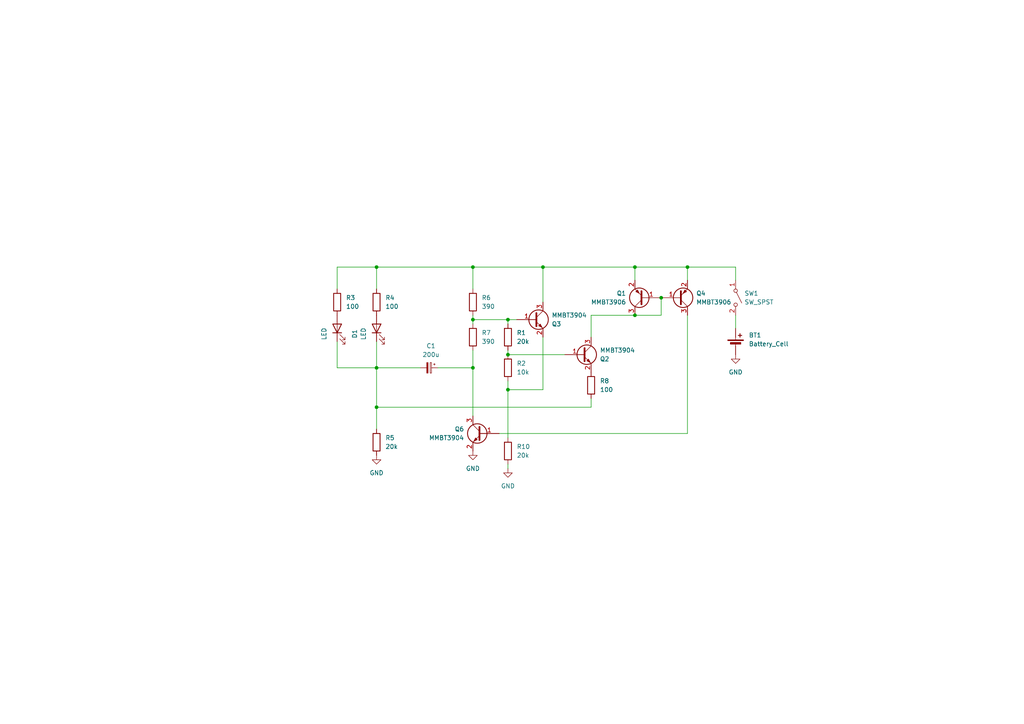
<source format=kicad_sch>
(kicad_sch (version 20230121) (generator eeschema)

  (uuid 495290dd-0f33-48e7-ba1b-b7e7fe6994d9)

  (paper "A4")

  (lib_symbols
    (symbol "Device:Battery_Cell" (pin_numbers hide) (pin_names (offset 0) hide) (in_bom yes) (on_board yes)
      (property "Reference" "BT" (at 2.54 2.54 0)
        (effects (font (size 1.27 1.27)) (justify left))
      )
      (property "Value" "Battery_Cell" (at 2.54 0 0)
        (effects (font (size 1.27 1.27)) (justify left))
      )
      (property "Footprint" "" (at 0 1.524 90)
        (effects (font (size 1.27 1.27)) hide)
      )
      (property "Datasheet" "~" (at 0 1.524 90)
        (effects (font (size 1.27 1.27)) hide)
      )
      (property "ki_keywords" "battery cell" (at 0 0 0)
        (effects (font (size 1.27 1.27)) hide)
      )
      (property "ki_description" "Single-cell battery" (at 0 0 0)
        (effects (font (size 1.27 1.27)) hide)
      )
      (symbol "Battery_Cell_0_1"
        (rectangle (start -2.286 1.778) (end 2.286 1.524)
          (stroke (width 0) (type default))
          (fill (type outline))
        )
        (rectangle (start -1.524 1.016) (end 1.524 0.508)
          (stroke (width 0) (type default))
          (fill (type outline))
        )
        (polyline
          (pts
            (xy 0 0.762)
            (xy 0 0)
          )
          (stroke (width 0) (type default))
          (fill (type none))
        )
        (polyline
          (pts
            (xy 0 1.778)
            (xy 0 2.54)
          )
          (stroke (width 0) (type default))
          (fill (type none))
        )
        (polyline
          (pts
            (xy 0.762 3.048)
            (xy 1.778 3.048)
          )
          (stroke (width 0.254) (type default))
          (fill (type none))
        )
        (polyline
          (pts
            (xy 1.27 3.556)
            (xy 1.27 2.54)
          )
          (stroke (width 0.254) (type default))
          (fill (type none))
        )
      )
      (symbol "Battery_Cell_1_1"
        (pin passive line (at 0 5.08 270) (length 2.54)
          (name "+" (effects (font (size 1.27 1.27))))
          (number "1" (effects (font (size 1.27 1.27))))
        )
        (pin passive line (at 0 -2.54 90) (length 2.54)
          (name "-" (effects (font (size 1.27 1.27))))
          (number "2" (effects (font (size 1.27 1.27))))
        )
      )
    )
    (symbol "Device:C_Polarized_Small" (pin_numbers hide) (pin_names (offset 0.254) hide) (in_bom yes) (on_board yes)
      (property "Reference" "C" (at 0.254 1.778 0)
        (effects (font (size 1.27 1.27)) (justify left))
      )
      (property "Value" "C_Polarized_Small" (at 0.254 -2.032 0)
        (effects (font (size 1.27 1.27)) (justify left))
      )
      (property "Footprint" "" (at 0 0 0)
        (effects (font (size 1.27 1.27)) hide)
      )
      (property "Datasheet" "~" (at 0 0 0)
        (effects (font (size 1.27 1.27)) hide)
      )
      (property "ki_keywords" "cap capacitor" (at 0 0 0)
        (effects (font (size 1.27 1.27)) hide)
      )
      (property "ki_description" "Polarized capacitor, small symbol" (at 0 0 0)
        (effects (font (size 1.27 1.27)) hide)
      )
      (property "ki_fp_filters" "CP_*" (at 0 0 0)
        (effects (font (size 1.27 1.27)) hide)
      )
      (symbol "C_Polarized_Small_0_1"
        (rectangle (start -1.524 -0.3048) (end 1.524 -0.6858)
          (stroke (width 0) (type default))
          (fill (type outline))
        )
        (rectangle (start -1.524 0.6858) (end 1.524 0.3048)
          (stroke (width 0) (type default))
          (fill (type none))
        )
        (polyline
          (pts
            (xy -1.27 1.524)
            (xy -0.762 1.524)
          )
          (stroke (width 0) (type default))
          (fill (type none))
        )
        (polyline
          (pts
            (xy -1.016 1.27)
            (xy -1.016 1.778)
          )
          (stroke (width 0) (type default))
          (fill (type none))
        )
      )
      (symbol "C_Polarized_Small_1_1"
        (pin passive line (at 0 2.54 270) (length 1.8542)
          (name "~" (effects (font (size 1.27 1.27))))
          (number "1" (effects (font (size 1.27 1.27))))
        )
        (pin passive line (at 0 -2.54 90) (length 1.8542)
          (name "~" (effects (font (size 1.27 1.27))))
          (number "2" (effects (font (size 1.27 1.27))))
        )
      )
    )
    (symbol "Device:LED" (pin_numbers hide) (pin_names (offset 1.016) hide) (in_bom yes) (on_board yes)
      (property "Reference" "D" (at 0 2.54 0)
        (effects (font (size 1.27 1.27)))
      )
      (property "Value" "LED" (at 0 -2.54 0)
        (effects (font (size 1.27 1.27)))
      )
      (property "Footprint" "" (at 0 0 0)
        (effects (font (size 1.27 1.27)) hide)
      )
      (property "Datasheet" "~" (at 0 0 0)
        (effects (font (size 1.27 1.27)) hide)
      )
      (property "ki_keywords" "LED diode" (at 0 0 0)
        (effects (font (size 1.27 1.27)) hide)
      )
      (property "ki_description" "Light emitting diode" (at 0 0 0)
        (effects (font (size 1.27 1.27)) hide)
      )
      (property "ki_fp_filters" "LED* LED_SMD:* LED_THT:*" (at 0 0 0)
        (effects (font (size 1.27 1.27)) hide)
      )
      (symbol "LED_0_1"
        (polyline
          (pts
            (xy -1.27 -1.27)
            (xy -1.27 1.27)
          )
          (stroke (width 0.254) (type default))
          (fill (type none))
        )
        (polyline
          (pts
            (xy -1.27 0)
            (xy 1.27 0)
          )
          (stroke (width 0) (type default))
          (fill (type none))
        )
        (polyline
          (pts
            (xy 1.27 -1.27)
            (xy 1.27 1.27)
            (xy -1.27 0)
            (xy 1.27 -1.27)
          )
          (stroke (width 0.254) (type default))
          (fill (type none))
        )
        (polyline
          (pts
            (xy -3.048 -0.762)
            (xy -4.572 -2.286)
            (xy -3.81 -2.286)
            (xy -4.572 -2.286)
            (xy -4.572 -1.524)
          )
          (stroke (width 0) (type default))
          (fill (type none))
        )
        (polyline
          (pts
            (xy -1.778 -0.762)
            (xy -3.302 -2.286)
            (xy -2.54 -2.286)
            (xy -3.302 -2.286)
            (xy -3.302 -1.524)
          )
          (stroke (width 0) (type default))
          (fill (type none))
        )
      )
      (symbol "LED_1_1"
        (pin passive line (at -3.81 0 0) (length 2.54)
          (name "K" (effects (font (size 1.27 1.27))))
          (number "1" (effects (font (size 1.27 1.27))))
        )
        (pin passive line (at 3.81 0 180) (length 2.54)
          (name "A" (effects (font (size 1.27 1.27))))
          (number "2" (effects (font (size 1.27 1.27))))
        )
      )
    )
    (symbol "Device:R" (pin_numbers hide) (pin_names (offset 0)) (in_bom yes) (on_board yes)
      (property "Reference" "R" (at 2.032 0 90)
        (effects (font (size 1.27 1.27)))
      )
      (property "Value" "R" (at 0 0 90)
        (effects (font (size 1.27 1.27)))
      )
      (property "Footprint" "" (at -1.778 0 90)
        (effects (font (size 1.27 1.27)) hide)
      )
      (property "Datasheet" "~" (at 0 0 0)
        (effects (font (size 1.27 1.27)) hide)
      )
      (property "ki_keywords" "R res resistor" (at 0 0 0)
        (effects (font (size 1.27 1.27)) hide)
      )
      (property "ki_description" "Resistor" (at 0 0 0)
        (effects (font (size 1.27 1.27)) hide)
      )
      (property "ki_fp_filters" "R_*" (at 0 0 0)
        (effects (font (size 1.27 1.27)) hide)
      )
      (symbol "R_0_1"
        (rectangle (start -1.016 -2.54) (end 1.016 2.54)
          (stroke (width 0.254) (type default))
          (fill (type none))
        )
      )
      (symbol "R_1_1"
        (pin passive line (at 0 3.81 270) (length 1.27)
          (name "~" (effects (font (size 1.27 1.27))))
          (number "1" (effects (font (size 1.27 1.27))))
        )
        (pin passive line (at 0 -3.81 90) (length 1.27)
          (name "~" (effects (font (size 1.27 1.27))))
          (number "2" (effects (font (size 1.27 1.27))))
        )
      )
    )
    (symbol "Switch:SW_SPST" (pin_names (offset 0) hide) (in_bom yes) (on_board yes)
      (property "Reference" "SW" (at 0 3.175 0)
        (effects (font (size 1.27 1.27)))
      )
      (property "Value" "SW_SPST" (at 0 -2.54 0)
        (effects (font (size 1.27 1.27)))
      )
      (property "Footprint" "" (at 0 0 0)
        (effects (font (size 1.27 1.27)) hide)
      )
      (property "Datasheet" "~" (at 0 0 0)
        (effects (font (size 1.27 1.27)) hide)
      )
      (property "ki_keywords" "switch lever" (at 0 0 0)
        (effects (font (size 1.27 1.27)) hide)
      )
      (property "ki_description" "Single Pole Single Throw (SPST) switch" (at 0 0 0)
        (effects (font (size 1.27 1.27)) hide)
      )
      (symbol "SW_SPST_0_0"
        (circle (center -2.032 0) (radius 0.508)
          (stroke (width 0) (type default))
          (fill (type none))
        )
        (polyline
          (pts
            (xy -1.524 0.254)
            (xy 1.524 1.778)
          )
          (stroke (width 0) (type default))
          (fill (type none))
        )
        (circle (center 2.032 0) (radius 0.508)
          (stroke (width 0) (type default))
          (fill (type none))
        )
      )
      (symbol "SW_SPST_1_1"
        (pin passive line (at -5.08 0 0) (length 2.54)
          (name "A" (effects (font (size 1.27 1.27))))
          (number "1" (effects (font (size 1.27 1.27))))
        )
        (pin passive line (at 5.08 0 180) (length 2.54)
          (name "B" (effects (font (size 1.27 1.27))))
          (number "2" (effects (font (size 1.27 1.27))))
        )
      )
    )
    (symbol "Transistor_BJT:MMBT3904" (pin_names (offset 0) hide) (in_bom yes) (on_board yes)
      (property "Reference" "Q" (at 5.08 1.905 0)
        (effects (font (size 1.27 1.27)) (justify left))
      )
      (property "Value" "MMBT3904" (at 5.08 0 0)
        (effects (font (size 1.27 1.27)) (justify left))
      )
      (property "Footprint" "Package_TO_SOT_SMD:SOT-23" (at 5.08 -1.905 0)
        (effects (font (size 1.27 1.27) italic) (justify left) hide)
      )
      (property "Datasheet" "https://www.onsemi.com/pdf/datasheet/pzt3904-d.pdf" (at 0 0 0)
        (effects (font (size 1.27 1.27)) (justify left) hide)
      )
      (property "ki_keywords" "NPN Transistor" (at 0 0 0)
        (effects (font (size 1.27 1.27)) hide)
      )
      (property "ki_description" "0.2A Ic, 40V Vce, Small Signal NPN Transistor, SOT-23" (at 0 0 0)
        (effects (font (size 1.27 1.27)) hide)
      )
      (property "ki_fp_filters" "SOT?23*" (at 0 0 0)
        (effects (font (size 1.27 1.27)) hide)
      )
      (symbol "MMBT3904_0_1"
        (polyline
          (pts
            (xy 0.635 0.635)
            (xy 2.54 2.54)
          )
          (stroke (width 0) (type default))
          (fill (type none))
        )
        (polyline
          (pts
            (xy 0.635 -0.635)
            (xy 2.54 -2.54)
            (xy 2.54 -2.54)
          )
          (stroke (width 0) (type default))
          (fill (type none))
        )
        (polyline
          (pts
            (xy 0.635 1.905)
            (xy 0.635 -1.905)
            (xy 0.635 -1.905)
          )
          (stroke (width 0.508) (type default))
          (fill (type none))
        )
        (polyline
          (pts
            (xy 1.27 -1.778)
            (xy 1.778 -1.27)
            (xy 2.286 -2.286)
            (xy 1.27 -1.778)
            (xy 1.27 -1.778)
          )
          (stroke (width 0) (type default))
          (fill (type outline))
        )
        (circle (center 1.27 0) (radius 2.8194)
          (stroke (width 0.254) (type default))
          (fill (type none))
        )
      )
      (symbol "MMBT3904_1_1"
        (pin input line (at -5.08 0 0) (length 5.715)
          (name "B" (effects (font (size 1.27 1.27))))
          (number "1" (effects (font (size 1.27 1.27))))
        )
        (pin passive line (at 2.54 -5.08 90) (length 2.54)
          (name "E" (effects (font (size 1.27 1.27))))
          (number "2" (effects (font (size 1.27 1.27))))
        )
        (pin passive line (at 2.54 5.08 270) (length 2.54)
          (name "C" (effects (font (size 1.27 1.27))))
          (number "3" (effects (font (size 1.27 1.27))))
        )
      )
    )
    (symbol "Transistor_BJT:MMBT3906" (pin_names (offset 0) hide) (in_bom yes) (on_board yes)
      (property "Reference" "Q" (at 5.08 1.905 0)
        (effects (font (size 1.27 1.27)) (justify left))
      )
      (property "Value" "MMBT3906" (at 5.08 0 0)
        (effects (font (size 1.27 1.27)) (justify left))
      )
      (property "Footprint" "Package_TO_SOT_SMD:SOT-23" (at 5.08 -1.905 0)
        (effects (font (size 1.27 1.27) italic) (justify left) hide)
      )
      (property "Datasheet" "https://www.onsemi.com/pdf/datasheet/pzt3906-d.pdf" (at 0 0 0)
        (effects (font (size 1.27 1.27)) (justify left) hide)
      )
      (property "ki_keywords" "PNP Transistor" (at 0 0 0)
        (effects (font (size 1.27 1.27)) hide)
      )
      (property "ki_description" "-0.2A Ic, -40V Vce, Small Signal PNP Transistor, SOT-23" (at 0 0 0)
        (effects (font (size 1.27 1.27)) hide)
      )
      (property "ki_fp_filters" "SOT?23*" (at 0 0 0)
        (effects (font (size 1.27 1.27)) hide)
      )
      (symbol "MMBT3906_0_1"
        (polyline
          (pts
            (xy 0.635 0.635)
            (xy 2.54 2.54)
          )
          (stroke (width 0) (type default))
          (fill (type none))
        )
        (polyline
          (pts
            (xy 0.635 -0.635)
            (xy 2.54 -2.54)
            (xy 2.54 -2.54)
          )
          (stroke (width 0) (type default))
          (fill (type none))
        )
        (polyline
          (pts
            (xy 0.635 1.905)
            (xy 0.635 -1.905)
            (xy 0.635 -1.905)
          )
          (stroke (width 0.508) (type default))
          (fill (type none))
        )
        (polyline
          (pts
            (xy 2.286 -1.778)
            (xy 1.778 -2.286)
            (xy 1.27 -1.27)
            (xy 2.286 -1.778)
            (xy 2.286 -1.778)
          )
          (stroke (width 0) (type default))
          (fill (type outline))
        )
        (circle (center 1.27 0) (radius 2.8194)
          (stroke (width 0.254) (type default))
          (fill (type none))
        )
      )
      (symbol "MMBT3906_1_1"
        (pin input line (at -5.08 0 0) (length 5.715)
          (name "B" (effects (font (size 1.27 1.27))))
          (number "1" (effects (font (size 1.27 1.27))))
        )
        (pin passive line (at 2.54 -5.08 90) (length 2.54)
          (name "E" (effects (font (size 1.27 1.27))))
          (number "2" (effects (font (size 1.27 1.27))))
        )
        (pin passive line (at 2.54 5.08 270) (length 2.54)
          (name "C" (effects (font (size 1.27 1.27))))
          (number "3" (effects (font (size 1.27 1.27))))
        )
      )
    )
    (symbol "power:GND" (power) (pin_names (offset 0)) (in_bom yes) (on_board yes)
      (property "Reference" "#PWR" (at 0 -6.35 0)
        (effects (font (size 1.27 1.27)) hide)
      )
      (property "Value" "GND" (at 0 -3.81 0)
        (effects (font (size 1.27 1.27)))
      )
      (property "Footprint" "" (at 0 0 0)
        (effects (font (size 1.27 1.27)) hide)
      )
      (property "Datasheet" "" (at 0 0 0)
        (effects (font (size 1.27 1.27)) hide)
      )
      (property "ki_keywords" "global power" (at 0 0 0)
        (effects (font (size 1.27 1.27)) hide)
      )
      (property "ki_description" "Power symbol creates a global label with name \"GND\" , ground" (at 0 0 0)
        (effects (font (size 1.27 1.27)) hide)
      )
      (symbol "GND_0_1"
        (polyline
          (pts
            (xy 0 0)
            (xy 0 -1.27)
            (xy 1.27 -1.27)
            (xy 0 -2.54)
            (xy -1.27 -1.27)
            (xy 0 -1.27)
          )
          (stroke (width 0) (type default))
          (fill (type none))
        )
      )
      (symbol "GND_1_1"
        (pin power_in line (at 0 0 270) (length 0) hide
          (name "GND" (effects (font (size 1.27 1.27))))
          (number "1" (effects (font (size 1.27 1.27))))
        )
      )
    )
  )

  (junction (at 109.22 118.11) (diameter 0) (color 0 0 0 0)
    (uuid 11c01834-f981-405b-a769-04064c9dc081)
  )
  (junction (at 109.22 77.47) (diameter 0) (color 0 0 0 0)
    (uuid 18d9119c-bd10-4cd9-b64a-fc1b8dfba847)
  )
  (junction (at 109.22 106.68) (diameter 0) (color 0 0 0 0)
    (uuid 1c854eca-21d0-447a-8799-aeab8a8a6cce)
  )
  (junction (at 137.16 77.47) (diameter 0) (color 0 0 0 0)
    (uuid 25981fcf-cd0f-48e6-9f1b-7aa237085727)
  )
  (junction (at 191.77 86.36) (diameter 0) (color 0 0 0 0)
    (uuid 5db43b69-3d8f-4feb-a5a4-4740fbb78a57)
  )
  (junction (at 199.39 77.47) (diameter 0) (color 0 0 0 0)
    (uuid 6985d611-c931-4b2c-bcab-e0f421fa7675)
  )
  (junction (at 184.15 77.47) (diameter 0) (color 0 0 0 0)
    (uuid 74ba9e9a-75ce-4d38-9e51-44b9a725c6be)
  )
  (junction (at 137.16 92.71) (diameter 0) (color 0 0 0 0)
    (uuid 9d4d5329-0773-4f4d-bea7-13281b0c3988)
  )
  (junction (at 157.48 77.47) (diameter 0) (color 0 0 0 0)
    (uuid d080d051-28bb-445b-aa91-7afaef49a3a5)
  )
  (junction (at 184.15 91.44) (diameter 0) (color 0 0 0 0)
    (uuid d7048cba-7835-428a-a168-25032c13ee66)
  )
  (junction (at 147.32 92.71) (diameter 0) (color 0 0 0 0)
    (uuid d7117261-2739-48cf-8d80-6a79f730a024)
  )
  (junction (at 147.32 113.03) (diameter 0) (color 0 0 0 0)
    (uuid f0c01bb6-ceaa-4644-b560-275e0270ede9)
  )
  (junction (at 137.16 106.68) (diameter 0) (color 0 0 0 0)
    (uuid ffcf76c1-3875-45f6-8713-6bb5f8a364c3)
  )
  (junction (at 147.32 102.87) (diameter 0) (color 0 0 0 0)
    (uuid fff31c45-b6ee-4e05-94f2-7fd5425af614)
  )

  (wire (pts (xy 199.39 91.44) (xy 199.39 125.73))
    (stroke (width 0) (type default))
    (uuid 0c10ce08-fbec-42f9-991b-906c6b0fb7b6)
  )
  (wire (pts (xy 184.15 91.44) (xy 191.77 91.44))
    (stroke (width 0) (type default))
    (uuid 0d7b3791-7110-4f20-b1f5-8bde4924ad49)
  )
  (wire (pts (xy 213.36 91.44) (xy 213.36 95.25))
    (stroke (width 0) (type default))
    (uuid 10e968af-8d3a-4d27-860b-de0d45483d78)
  )
  (wire (pts (xy 109.22 106.68) (xy 109.22 118.11))
    (stroke (width 0) (type default))
    (uuid 15cd6915-9db1-45fe-a68e-91ccb6337815)
  )
  (wire (pts (xy 137.16 92.71) (xy 147.32 92.71))
    (stroke (width 0) (type default))
    (uuid 22204517-0c6d-4d45-abdd-2751d2458b73)
  )
  (wire (pts (xy 109.22 77.47) (xy 137.16 77.47))
    (stroke (width 0) (type default))
    (uuid 2489dcbc-5a40-4120-9f93-b202373361cc)
  )
  (wire (pts (xy 97.79 77.47) (xy 109.22 77.47))
    (stroke (width 0) (type default))
    (uuid 2dfb0175-876b-4e05-a037-7e739df1b16d)
  )
  (wire (pts (xy 137.16 77.47) (xy 137.16 83.82))
    (stroke (width 0) (type default))
    (uuid 2ef56ca4-4724-44e2-ba03-005e898330b8)
  )
  (wire (pts (xy 144.78 125.73) (xy 199.39 125.73))
    (stroke (width 0) (type default))
    (uuid 36fc7792-eded-4364-9bc5-79a4a26a1f7d)
  )
  (wire (pts (xy 97.79 99.06) (xy 97.79 106.68))
    (stroke (width 0) (type default))
    (uuid 3e3252ed-d084-455a-9c21-0cb77d2a9a05)
  )
  (wire (pts (xy 157.48 77.47) (xy 157.48 87.63))
    (stroke (width 0) (type default))
    (uuid 4d0ec57f-4839-4be4-a1dd-e2204898c078)
  )
  (wire (pts (xy 147.32 92.71) (xy 149.86 92.71))
    (stroke (width 0) (type default))
    (uuid 52a6aa27-8139-4471-a310-6c763d6dec42)
  )
  (wire (pts (xy 147.32 113.03) (xy 147.32 127))
    (stroke (width 0) (type default))
    (uuid 5f0e6804-fe83-4d11-953d-ae1734ce2bce)
  )
  (wire (pts (xy 147.32 92.71) (xy 147.32 93.98))
    (stroke (width 0) (type default))
    (uuid 6070dc10-9bea-47fd-84e0-fcd06fe31d37)
  )
  (wire (pts (xy 127 106.68) (xy 137.16 106.68))
    (stroke (width 0) (type default))
    (uuid 6a107ec5-cdbc-43d0-8dfd-6c35aa3c9f20)
  )
  (wire (pts (xy 137.16 101.6) (xy 137.16 106.68))
    (stroke (width 0) (type default))
    (uuid 6ce52ae5-f04c-49df-8e5c-a50ba5f967e1)
  )
  (wire (pts (xy 157.48 97.79) (xy 157.48 113.03))
    (stroke (width 0) (type default))
    (uuid 7076666d-5f84-4faf-bca2-e72683212866)
  )
  (wire (pts (xy 213.36 77.47) (xy 213.36 81.28))
    (stroke (width 0) (type default))
    (uuid 7f3906c3-b822-450c-8268-36f158ddb40d)
  )
  (wire (pts (xy 147.32 110.49) (xy 147.32 113.03))
    (stroke (width 0) (type default))
    (uuid 87ea68e1-5ef6-4951-b79b-222a78d6bc2b)
  )
  (wire (pts (xy 184.15 77.47) (xy 184.15 81.28))
    (stroke (width 0) (type default))
    (uuid 8eb8b48f-b6d1-40b8-8b7b-c9e986402480)
  )
  (wire (pts (xy 97.79 77.47) (xy 97.79 83.82))
    (stroke (width 0) (type default))
    (uuid 92d46699-e0ee-4f4f-98c9-ce7d8f3d818c)
  )
  (wire (pts (xy 137.16 77.47) (xy 157.48 77.47))
    (stroke (width 0) (type default))
    (uuid 9b55198a-620b-4e26-8826-92f148aed1a3)
  )
  (wire (pts (xy 137.16 92.71) (xy 137.16 93.98))
    (stroke (width 0) (type default))
    (uuid 9f404ff4-9d24-4ea3-91b6-20374c440eb9)
  )
  (wire (pts (xy 171.45 115.57) (xy 171.45 118.11))
    (stroke (width 0) (type default))
    (uuid a00e7e18-553b-4c4c-b137-848c8c8a8a4f)
  )
  (wire (pts (xy 171.45 91.44) (xy 184.15 91.44))
    (stroke (width 0) (type default))
    (uuid a9db33b3-ef9c-46f4-96d9-3811bd679d66)
  )
  (wire (pts (xy 147.32 135.89) (xy 147.32 134.62))
    (stroke (width 0) (type default))
    (uuid b30e8352-1484-4335-99a0-97e67df0fd7b)
  )
  (wire (pts (xy 157.48 77.47) (xy 184.15 77.47))
    (stroke (width 0) (type default))
    (uuid b4f08b78-5e16-48dc-b601-d7610ccaf2aa)
  )
  (wire (pts (xy 97.79 106.68) (xy 109.22 106.68))
    (stroke (width 0) (type default))
    (uuid b95657a7-a5ff-4e87-9c30-475423a7712b)
  )
  (wire (pts (xy 109.22 77.47) (xy 109.22 83.82))
    (stroke (width 0) (type default))
    (uuid c0c63999-0daa-4b9c-bd48-f4e6d6cf1529)
  )
  (wire (pts (xy 147.32 102.87) (xy 163.83 102.87))
    (stroke (width 0) (type default))
    (uuid c2cd125d-6a3c-4c23-a7c3-9bff4702e3dc)
  )
  (wire (pts (xy 109.22 106.68) (xy 121.92 106.68))
    (stroke (width 0) (type default))
    (uuid c38dcd44-7e95-4270-908b-71b8c567a952)
  )
  (wire (pts (xy 137.16 91.44) (xy 137.16 92.71))
    (stroke (width 0) (type default))
    (uuid c664a925-4490-412e-b41c-7025a969b60d)
  )
  (wire (pts (xy 191.77 91.44) (xy 191.77 86.36))
    (stroke (width 0) (type default))
    (uuid c9f42526-6948-4e85-985a-48f56112c3f6)
  )
  (wire (pts (xy 147.32 101.6) (xy 147.32 102.87))
    (stroke (width 0) (type default))
    (uuid cd9ac008-7f7b-4ee1-a57b-2d7b058dd5df)
  )
  (wire (pts (xy 171.45 118.11) (xy 109.22 118.11))
    (stroke (width 0) (type default))
    (uuid d091c066-c702-4b02-88be-4eee943486ee)
  )
  (wire (pts (xy 137.16 106.68) (xy 137.16 120.65))
    (stroke (width 0) (type default))
    (uuid d62b43a1-9bbc-4250-ad02-220e2ff895bb)
  )
  (wire (pts (xy 109.22 99.06) (xy 109.22 106.68))
    (stroke (width 0) (type default))
    (uuid d6f3e21b-085c-45d0-a2ee-b876eabf2367)
  )
  (wire (pts (xy 184.15 77.47) (xy 199.39 77.47))
    (stroke (width 0) (type default))
    (uuid d90f8b4a-cd47-4d97-8ebd-704835bb21c5)
  )
  (wire (pts (xy 171.45 97.79) (xy 171.45 91.44))
    (stroke (width 0) (type default))
    (uuid e001214a-3dc2-4ab6-b516-5c9b7a2bd4d3)
  )
  (wire (pts (xy 199.39 77.47) (xy 199.39 81.28))
    (stroke (width 0) (type default))
    (uuid e211b285-bf59-47ac-af63-f3215d47ad3c)
  )
  (wire (pts (xy 199.39 77.47) (xy 213.36 77.47))
    (stroke (width 0) (type default))
    (uuid ee3f9162-e8eb-405f-a002-4ffb7446a5e1)
  )
  (wire (pts (xy 109.22 118.11) (xy 109.22 124.46))
    (stroke (width 0) (type default))
    (uuid f266a095-8096-4e9c-80b2-f4be0e7fcc47)
  )
  (wire (pts (xy 147.32 113.03) (xy 157.48 113.03))
    (stroke (width 0) (type default))
    (uuid f6041443-566c-4506-8a82-bb3cd866b9f9)
  )

  (symbol (lib_id "power:GND") (at 147.32 135.89 0) (unit 1)
    (in_bom yes) (on_board yes) (dnp no) (fields_autoplaced)
    (uuid 09756486-34ac-40c3-a6cf-35b4bec02aa9)
    (property "Reference" "#PWR04" (at 147.32 142.24 0)
      (effects (font (size 1.27 1.27)) hide)
    )
    (property "Value" "GND" (at 147.32 140.97 0)
      (effects (font (size 1.27 1.27)))
    )
    (property "Footprint" "" (at 147.32 135.89 0)
      (effects (font (size 1.27 1.27)) hide)
    )
    (property "Datasheet" "" (at 147.32 135.89 0)
      (effects (font (size 1.27 1.27)) hide)
    )
    (pin "1" (uuid 115603cb-82ce-4c02-b296-7e3c6ac18364))
    (instances
      (project "HS badge"
        (path "/495290dd-0f33-48e7-ba1b-b7e7fe6994d9"
          (reference "#PWR04") (unit 1)
        )
      )
    )
  )

  (symbol (lib_id "Transistor_BJT:MMBT3904") (at 154.94 92.71 0) (unit 1)
    (in_bom yes) (on_board yes) (dnp no)
    (uuid 0c6ce360-4296-47d8-99db-b7de9a442333)
    (property "Reference" "Q3" (at 160.02 93.98 0)
      (effects (font (size 1.27 1.27)) (justify left))
    )
    (property "Value" "MMBT3904" (at 160.02 91.44 0)
      (effects (font (size 1.27 1.27)) (justify left))
    )
    (property "Footprint" "Package_TO_SOT_SMD:TSOT-23_HandSoldering" (at 160.02 94.615 0)
      (effects (font (size 1.27 1.27) italic) (justify left) hide)
    )
    (property "Datasheet" "https://www.onsemi.com/pdf/datasheet/pzt3904-d.pdf" (at 154.94 92.71 0)
      (effects (font (size 1.27 1.27)) (justify left) hide)
    )
    (pin "1" (uuid b997c372-83ac-4af6-ad6a-adfae553c755))
    (pin "2" (uuid 5a316fee-bba0-434d-84a0-3b4ea744d5b0))
    (pin "3" (uuid 065f7204-e5d5-4d9b-b2e1-cc7b2e512842))
    (instances
      (project "HS badge"
        (path "/495290dd-0f33-48e7-ba1b-b7e7fe6994d9"
          (reference "Q3") (unit 1)
        )
      )
    )
  )

  (symbol (lib_id "Device:R") (at 137.16 97.79 0) (unit 1)
    (in_bom yes) (on_board yes) (dnp no) (fields_autoplaced)
    (uuid 13ab2b42-fd0e-4633-b9d1-8240bd58e9e8)
    (property "Reference" "R7" (at 139.7 96.52 0)
      (effects (font (size 1.27 1.27)) (justify left))
    )
    (property "Value" "390" (at 139.7 99.06 0)
      (effects (font (size 1.27 1.27)) (justify left))
    )
    (property "Footprint" "Resistor_SMD:R_1206_3216Metric_Pad1.30x1.75mm_HandSolder" (at 135.382 97.79 90)
      (effects (font (size 1.27 1.27)) hide)
    )
    (property "Datasheet" "~" (at 137.16 97.79 0)
      (effects (font (size 1.27 1.27)) hide)
    )
    (pin "1" (uuid 6d70f5a1-3d42-43b4-9ae6-a8bd3a5bc939))
    (pin "2" (uuid a8133718-5227-4024-9269-6ee805e7e1e9))
    (instances
      (project "HS badge"
        (path "/495290dd-0f33-48e7-ba1b-b7e7fe6994d9"
          (reference "R7") (unit 1)
        )
      )
    )
  )

  (symbol (lib_id "Device:C_Polarized_Small") (at 124.46 106.68 270) (unit 1)
    (in_bom yes) (on_board yes) (dnp no) (fields_autoplaced)
    (uuid 17273f73-83ce-480c-b8a6-cc3233630845)
    (property "Reference" "C1" (at 125.0061 100.33 90)
      (effects (font (size 1.27 1.27)))
    )
    (property "Value" "200u" (at 125.0061 102.87 90)
      (effects (font (size 1.27 1.27)))
    )
    (property "Footprint" "Capacitor_SMD:CP_Elec_8x10.5" (at 124.46 106.68 0)
      (effects (font (size 1.27 1.27)) hide)
    )
    (property "Datasheet" "~" (at 124.46 106.68 0)
      (effects (font (size 1.27 1.27)) hide)
    )
    (pin "1" (uuid 0b548e32-b71c-4583-83d5-de8825c0e6c9))
    (pin "2" (uuid 633c8a82-aa6a-437e-8657-94ec53aef978))
    (instances
      (project "HS badge"
        (path "/495290dd-0f33-48e7-ba1b-b7e7fe6994d9"
          (reference "C1") (unit 1)
        )
      )
    )
  )

  (symbol (lib_id "power:GND") (at 137.16 130.81 0) (unit 1)
    (in_bom yes) (on_board yes) (dnp no) (fields_autoplaced)
    (uuid 1be3df25-d1a5-4952-8223-26c0427fb21e)
    (property "Reference" "#PWR03" (at 137.16 137.16 0)
      (effects (font (size 1.27 1.27)) hide)
    )
    (property "Value" "GND" (at 137.16 135.89 0)
      (effects (font (size 1.27 1.27)))
    )
    (property "Footprint" "" (at 137.16 130.81 0)
      (effects (font (size 1.27 1.27)) hide)
    )
    (property "Datasheet" "" (at 137.16 130.81 0)
      (effects (font (size 1.27 1.27)) hide)
    )
    (pin "1" (uuid 474f52ed-8350-472d-be41-2a4dd217f8e5))
    (instances
      (project "HS badge"
        (path "/495290dd-0f33-48e7-ba1b-b7e7fe6994d9"
          (reference "#PWR03") (unit 1)
        )
      )
    )
  )

  (symbol (lib_id "Device:R") (at 147.32 106.68 0) (unit 1)
    (in_bom yes) (on_board yes) (dnp no) (fields_autoplaced)
    (uuid 1f61cffb-c8b1-48e4-8df3-6906560aca3e)
    (property "Reference" "R2" (at 149.86 105.41 0)
      (effects (font (size 1.27 1.27)) (justify left))
    )
    (property "Value" "10k" (at 149.86 107.95 0)
      (effects (font (size 1.27 1.27)) (justify left))
    )
    (property "Footprint" "Resistor_SMD:R_1206_3216Metric_Pad1.30x1.75mm_HandSolder" (at 145.542 106.68 90)
      (effects (font (size 1.27 1.27)) hide)
    )
    (property "Datasheet" "~" (at 147.32 106.68 0)
      (effects (font (size 1.27 1.27)) hide)
    )
    (pin "1" (uuid 61b7d6c8-2362-4fbb-ad44-95b05ce3e340))
    (pin "2" (uuid 59a7cfb9-5361-4878-90d6-18cffc802f84))
    (instances
      (project "HS badge"
        (path "/495290dd-0f33-48e7-ba1b-b7e7fe6994d9"
          (reference "R2") (unit 1)
        )
      )
    )
  )

  (symbol (lib_id "Device:R") (at 147.32 130.81 0) (unit 1)
    (in_bom yes) (on_board yes) (dnp no) (fields_autoplaced)
    (uuid 27ee6301-c518-4737-9785-cda73e3f7afc)
    (property "Reference" "R10" (at 149.86 129.54 0)
      (effects (font (size 1.27 1.27)) (justify left))
    )
    (property "Value" "20k" (at 149.86 132.08 0)
      (effects (font (size 1.27 1.27)) (justify left))
    )
    (property "Footprint" "Resistor_SMD:R_1206_3216Metric_Pad1.30x1.75mm_HandSolder" (at 145.542 130.81 90)
      (effects (font (size 1.27 1.27)) hide)
    )
    (property "Datasheet" "~" (at 147.32 130.81 0)
      (effects (font (size 1.27 1.27)) hide)
    )
    (pin "1" (uuid 95e65519-e325-47f6-be70-c2a57bb8d4d1))
    (pin "2" (uuid 1efcc4c8-9b8a-4b94-86a8-10f5b4217867))
    (instances
      (project "HS badge"
        (path "/495290dd-0f33-48e7-ba1b-b7e7fe6994d9"
          (reference "R10") (unit 1)
        )
      )
    )
  )

  (symbol (lib_id "Device:LED") (at 97.79 95.25 90) (unit 1)
    (in_bom yes) (on_board yes) (dnp no) (fields_autoplaced)
    (uuid 885e6050-5b5a-43f1-89af-77948720468d)
    (property "Reference" "D2" (at 91.44 96.8375 0)
      (effects (font (size 1.27 1.27)) hide)
    )
    (property "Value" "LED" (at 93.98 96.8375 0)
      (effects (font (size 1.27 1.27)))
    )
    (property "Footprint" "LED_THT:LED_D5.0mm" (at 97.79 95.25 0)
      (effects (font (size 1.27 1.27)) hide)
    )
    (property "Datasheet" "~" (at 97.79 95.25 0)
      (effects (font (size 1.27 1.27)) hide)
    )
    (pin "1" (uuid 26f60ab6-6406-4127-8d4f-985e88dc2158))
    (pin "2" (uuid 249a2a71-e925-4f02-b4ee-ad93b9028c54))
    (instances
      (project "HS badge"
        (path "/495290dd-0f33-48e7-ba1b-b7e7fe6994d9"
          (reference "D2") (unit 1)
        )
      )
    )
  )

  (symbol (lib_id "Transistor_BJT:MMBT3904") (at 139.7 125.73 0) (mirror y) (unit 1)
    (in_bom yes) (on_board yes) (dnp no) (fields_autoplaced)
    (uuid 89a4f5b8-b707-4410-a60e-dbb8fa3843a3)
    (property "Reference" "Q6" (at 134.62 124.46 0)
      (effects (font (size 1.27 1.27)) (justify left))
    )
    (property "Value" "MMBT3904" (at 134.62 127 0)
      (effects (font (size 1.27 1.27)) (justify left))
    )
    (property "Footprint" "Package_TO_SOT_SMD:TSOT-23_HandSoldering" (at 134.62 127.635 0)
      (effects (font (size 1.27 1.27) italic) (justify left) hide)
    )
    (property "Datasheet" "https://www.onsemi.com/pdf/datasheet/pzt3904-d.pdf" (at 139.7 125.73 0)
      (effects (font (size 1.27 1.27)) (justify left) hide)
    )
    (pin "1" (uuid 7c816213-fe57-4060-bd2d-97ba9980b529))
    (pin "2" (uuid 5e48db64-a373-4f29-ad61-c413732018e8))
    (pin "3" (uuid 5e7a4a3b-d1e7-492e-a830-53cef2b54504))
    (instances
      (project "HS badge"
        (path "/495290dd-0f33-48e7-ba1b-b7e7fe6994d9"
          (reference "Q6") (unit 1)
        )
      )
    )
  )

  (symbol (lib_id "Device:R") (at 97.79 87.63 0) (unit 1)
    (in_bom yes) (on_board yes) (dnp no) (fields_autoplaced)
    (uuid 8cfd816c-4c0b-45b4-9700-edecd9f5e5b6)
    (property "Reference" "R3" (at 100.33 86.36 0)
      (effects (font (size 1.27 1.27)) (justify left))
    )
    (property "Value" "100" (at 100.33 88.9 0)
      (effects (font (size 1.27 1.27)) (justify left))
    )
    (property "Footprint" "Resistor_SMD:R_1206_3216Metric_Pad1.30x1.75mm_HandSolder" (at 96.012 87.63 90)
      (effects (font (size 1.27 1.27)) hide)
    )
    (property "Datasheet" "~" (at 97.79 87.63 0)
      (effects (font (size 1.27 1.27)) hide)
    )
    (pin "1" (uuid 961ce4cf-b7f6-4e30-b65d-9e0761317e12))
    (pin "2" (uuid fa5c2be7-1f88-43e2-b096-59ac852ff2c6))
    (instances
      (project "HS badge"
        (path "/495290dd-0f33-48e7-ba1b-b7e7fe6994d9"
          (reference "R3") (unit 1)
        )
      )
    )
  )

  (symbol (lib_id "Switch:SW_SPST") (at 213.36 86.36 270) (unit 1)
    (in_bom yes) (on_board yes) (dnp no) (fields_autoplaced)
    (uuid 94f9b59c-9b0f-4080-b434-d168db88e4aa)
    (property "Reference" "SW1" (at 215.9 85.09 90)
      (effects (font (size 1.27 1.27)) (justify left))
    )
    (property "Value" "SW_SPST" (at 215.9 87.63 90)
      (effects (font (size 1.27 1.27)) (justify left))
    )
    (property "Footprint" "Button_Switch_SMD:SW_SPDT_CK-JS102011SAQN" (at 213.36 86.36 0)
      (effects (font (size 1.27 1.27)) hide)
    )
    (property "Datasheet" "~" (at 213.36 86.36 0)
      (effects (font (size 1.27 1.27)) hide)
    )
    (pin "1" (uuid 67d0bf73-11d5-45dd-a297-222e1d5d03c7))
    (pin "2" (uuid 0e9421bf-932b-40fa-bdd3-f5306c89ab54))
    (instances
      (project "HS badge"
        (path "/495290dd-0f33-48e7-ba1b-b7e7fe6994d9"
          (reference "SW1") (unit 1)
        )
      )
    )
  )

  (symbol (lib_id "Device:Battery_Cell") (at 213.36 100.33 0) (unit 1)
    (in_bom yes) (on_board yes) (dnp no) (fields_autoplaced)
    (uuid 998ff55e-4156-410c-afb9-f738f14384c0)
    (property "Reference" "BT1" (at 217.17 97.2185 0)
      (effects (font (size 1.27 1.27)) (justify left))
    )
    (property "Value" "Battery_Cell" (at 217.17 99.7585 0)
      (effects (font (size 1.27 1.27)) (justify left))
    )
    (property "Footprint" "Battery:BatteryHolder_Keystone_3002_1x2032" (at 213.36 98.806 90)
      (effects (font (size 1.27 1.27)) hide)
    )
    (property "Datasheet" "~" (at 213.36 98.806 90)
      (effects (font (size 1.27 1.27)) hide)
    )
    (pin "1" (uuid 0ac3695f-624e-4248-93c0-d5ed9034135c))
    (pin "2" (uuid 0d53dd26-daeb-40db-82cf-ec111bef55b9))
    (instances
      (project "HS badge"
        (path "/495290dd-0f33-48e7-ba1b-b7e7fe6994d9"
          (reference "BT1") (unit 1)
        )
      )
    )
  )

  (symbol (lib_id "Device:R") (at 137.16 87.63 0) (unit 1)
    (in_bom yes) (on_board yes) (dnp no) (fields_autoplaced)
    (uuid 9bc7a8dd-5156-4243-a8a8-fe3ff6950cc3)
    (property "Reference" "R6" (at 139.7 86.36 0)
      (effects (font (size 1.27 1.27)) (justify left))
    )
    (property "Value" "390" (at 139.7 88.9 0)
      (effects (font (size 1.27 1.27)) (justify left))
    )
    (property "Footprint" "Resistor_SMD:R_1206_3216Metric_Pad1.30x1.75mm_HandSolder" (at 135.382 87.63 90)
      (effects (font (size 1.27 1.27)) hide)
    )
    (property "Datasheet" "~" (at 137.16 87.63 0)
      (effects (font (size 1.27 1.27)) hide)
    )
    (pin "1" (uuid 70ae19b4-f257-453b-b8c2-3bb3c2de1eaa))
    (pin "2" (uuid 8e8f5244-5add-4105-989f-511895700b76))
    (instances
      (project "HS badge"
        (path "/495290dd-0f33-48e7-ba1b-b7e7fe6994d9"
          (reference "R6") (unit 1)
        )
      )
    )
  )

  (symbol (lib_id "Device:LED") (at 109.22 95.25 90) (unit 1)
    (in_bom yes) (on_board yes) (dnp no) (fields_autoplaced)
    (uuid 9d5af80c-b3d3-4b1e-9b4b-eb0b2d087cd3)
    (property "Reference" "D1" (at 102.87 96.8375 0)
      (effects (font (size 1.27 1.27)))
    )
    (property "Value" "LED" (at 105.41 96.8375 0)
      (effects (font (size 1.27 1.27)))
    )
    (property "Footprint" "LED_THT:LED_D5.0mm" (at 109.22 95.25 0)
      (effects (font (size 1.27 1.27)) hide)
    )
    (property "Datasheet" "~" (at 109.22 95.25 0)
      (effects (font (size 1.27 1.27)) hide)
    )
    (pin "1" (uuid 780df3e6-18b7-4dd4-8fd1-a09a83ade88f))
    (pin "2" (uuid 4ad6d0c9-4588-4ade-9187-c1cb6b8b8b0b))
    (instances
      (project "HS badge"
        (path "/495290dd-0f33-48e7-ba1b-b7e7fe6994d9"
          (reference "D1") (unit 1)
        )
      )
    )
  )

  (symbol (lib_id "Device:R") (at 109.22 128.27 0) (unit 1)
    (in_bom yes) (on_board yes) (dnp no) (fields_autoplaced)
    (uuid b017429e-3274-44ef-91f2-16c44f8e2880)
    (property "Reference" "R5" (at 111.76 127 0)
      (effects (font (size 1.27 1.27)) (justify left))
    )
    (property "Value" "20k" (at 111.76 129.54 0)
      (effects (font (size 1.27 1.27)) (justify left))
    )
    (property "Footprint" "Resistor_SMD:R_1206_3216Metric_Pad1.30x1.75mm_HandSolder" (at 107.442 128.27 90)
      (effects (font (size 1.27 1.27)) hide)
    )
    (property "Datasheet" "~" (at 109.22 128.27 0)
      (effects (font (size 1.27 1.27)) hide)
    )
    (pin "1" (uuid 1bc6277f-1b68-48a5-9402-cc1ec813ad9c))
    (pin "2" (uuid 5757f8fa-f112-4614-b194-25ce93490852))
    (instances
      (project "HS badge"
        (path "/495290dd-0f33-48e7-ba1b-b7e7fe6994d9"
          (reference "R5") (unit 1)
        )
      )
    )
  )

  (symbol (lib_id "Device:R") (at 147.32 97.79 0) (unit 1)
    (in_bom yes) (on_board yes) (dnp no) (fields_autoplaced)
    (uuid bf0d19c0-2095-4b2b-ac29-69045a688058)
    (property "Reference" "R1" (at 149.86 96.52 0)
      (effects (font (size 1.27 1.27)) (justify left))
    )
    (property "Value" "20k" (at 149.86 99.06 0)
      (effects (font (size 1.27 1.27)) (justify left))
    )
    (property "Footprint" "Resistor_SMD:R_1206_3216Metric_Pad1.30x1.75mm_HandSolder" (at 145.542 97.79 90)
      (effects (font (size 1.27 1.27)) hide)
    )
    (property "Datasheet" "~" (at 147.32 97.79 0)
      (effects (font (size 1.27 1.27)) hide)
    )
    (pin "1" (uuid 8e6af279-43bb-4367-9d40-e89bd8ff9b94))
    (pin "2" (uuid 2c62a51e-9f0d-4645-ade8-5f9a3ee70df0))
    (instances
      (project "HS badge"
        (path "/495290dd-0f33-48e7-ba1b-b7e7fe6994d9"
          (reference "R1") (unit 1)
        )
      )
    )
  )

  (symbol (lib_id "power:GND") (at 213.36 102.87 0) (unit 1)
    (in_bom yes) (on_board yes) (dnp no) (fields_autoplaced)
    (uuid c0940ca2-15e3-418c-86ae-68e6cd4335ae)
    (property "Reference" "#PWR01" (at 213.36 109.22 0)
      (effects (font (size 1.27 1.27)) hide)
    )
    (property "Value" "GND" (at 213.36 107.95 0)
      (effects (font (size 1.27 1.27)))
    )
    (property "Footprint" "" (at 213.36 102.87 0)
      (effects (font (size 1.27 1.27)) hide)
    )
    (property "Datasheet" "" (at 213.36 102.87 0)
      (effects (font (size 1.27 1.27)) hide)
    )
    (pin "1" (uuid 1ad27b95-bed2-40c6-9d4b-a7aea47b4b5b))
    (instances
      (project "HS badge"
        (path "/495290dd-0f33-48e7-ba1b-b7e7fe6994d9"
          (reference "#PWR01") (unit 1)
        )
      )
    )
  )

  (symbol (lib_id "Device:R") (at 171.45 111.76 0) (unit 1)
    (in_bom yes) (on_board yes) (dnp no) (fields_autoplaced)
    (uuid c1d2cbef-ed0d-4f7f-8e33-380c96e0dca4)
    (property "Reference" "R8" (at 173.99 110.49 0)
      (effects (font (size 1.27 1.27)) (justify left))
    )
    (property "Value" "100" (at 173.99 113.03 0)
      (effects (font (size 1.27 1.27)) (justify left))
    )
    (property "Footprint" "Resistor_SMD:R_1206_3216Metric_Pad1.30x1.75mm_HandSolder" (at 169.672 111.76 90)
      (effects (font (size 1.27 1.27)) hide)
    )
    (property "Datasheet" "~" (at 171.45 111.76 0)
      (effects (font (size 1.27 1.27)) hide)
    )
    (pin "1" (uuid 16e85177-68c9-4656-8466-9cfd23618803))
    (pin "2" (uuid f2152bb7-66e4-40e9-b23c-278682a47b97))
    (instances
      (project "HS badge"
        (path "/495290dd-0f33-48e7-ba1b-b7e7fe6994d9"
          (reference "R8") (unit 1)
        )
      )
    )
  )

  (symbol (lib_id "Transistor_BJT:MMBT3906") (at 196.85 86.36 0) (mirror x) (unit 1)
    (in_bom yes) (on_board yes) (dnp no)
    (uuid c60c011b-38f4-4953-b28f-6a00241d16a3)
    (property "Reference" "Q4" (at 201.93 85.09 0)
      (effects (font (size 1.27 1.27)) (justify left))
    )
    (property "Value" "MMBT3906" (at 201.93 87.63 0)
      (effects (font (size 1.27 1.27)) (justify left))
    )
    (property "Footprint" "Package_TO_SOT_SMD:TSOT-23_HandSoldering" (at 201.93 84.455 0)
      (effects (font (size 1.27 1.27) italic) (justify left) hide)
    )
    (property "Datasheet" "https://www.onsemi.com/pdf/datasheet/pzt3906-d.pdf" (at 196.85 86.36 0)
      (effects (font (size 1.27 1.27)) (justify left) hide)
    )
    (pin "1" (uuid c43f25a6-5d9f-4e50-962a-7602e28a9e04))
    (pin "2" (uuid 9a081c9a-f65f-4481-a795-c6063d803d2b))
    (pin "3" (uuid de0867bb-b7bb-43e6-aecd-ec8b05a0bbf4))
    (instances
      (project "HS badge"
        (path "/495290dd-0f33-48e7-ba1b-b7e7fe6994d9"
          (reference "Q4") (unit 1)
        )
      )
    )
  )

  (symbol (lib_id "Device:R") (at 109.22 87.63 0) (unit 1)
    (in_bom yes) (on_board yes) (dnp no) (fields_autoplaced)
    (uuid d6b78b7f-179d-4fbd-840c-1cf2cb8535a2)
    (property "Reference" "R4" (at 111.76 86.36 0)
      (effects (font (size 1.27 1.27)) (justify left))
    )
    (property "Value" "100" (at 111.76 88.9 0)
      (effects (font (size 1.27 1.27)) (justify left))
    )
    (property "Footprint" "Resistor_SMD:R_1206_3216Metric_Pad1.30x1.75mm_HandSolder" (at 107.442 87.63 90)
      (effects (font (size 1.27 1.27)) hide)
    )
    (property "Datasheet" "~" (at 109.22 87.63 0)
      (effects (font (size 1.27 1.27)) hide)
    )
    (pin "1" (uuid 6d0dfdee-eb88-4e46-8b46-a8f5c1e98a4f))
    (pin "2" (uuid 9b929a4c-9c32-4753-aa19-9e323d9d84e7))
    (instances
      (project "HS badge"
        (path "/495290dd-0f33-48e7-ba1b-b7e7fe6994d9"
          (reference "R4") (unit 1)
        )
      )
    )
  )

  (symbol (lib_id "power:GND") (at 109.22 132.08 0) (unit 1)
    (in_bom yes) (on_board yes) (dnp no) (fields_autoplaced)
    (uuid d9cb79bd-709f-4100-9027-18cbad26228f)
    (property "Reference" "#PWR02" (at 109.22 138.43 0)
      (effects (font (size 1.27 1.27)) hide)
    )
    (property "Value" "GND" (at 109.22 137.16 0)
      (effects (font (size 1.27 1.27)))
    )
    (property "Footprint" "" (at 109.22 132.08 0)
      (effects (font (size 1.27 1.27)) hide)
    )
    (property "Datasheet" "" (at 109.22 132.08 0)
      (effects (font (size 1.27 1.27)) hide)
    )
    (pin "1" (uuid 966018a0-63a7-4052-88f5-befd1f9989c3))
    (instances
      (project "HS badge"
        (path "/495290dd-0f33-48e7-ba1b-b7e7fe6994d9"
          (reference "#PWR02") (unit 1)
        )
      )
    )
  )

  (symbol (lib_id "Transistor_BJT:MMBT3906") (at 186.69 86.36 180) (unit 1)
    (in_bom yes) (on_board yes) (dnp no)
    (uuid e48f9b12-68b5-4f1d-a1df-3f428bd0c6a6)
    (property "Reference" "Q1" (at 181.61 85.09 0)
      (effects (font (size 1.27 1.27)) (justify left))
    )
    (property "Value" "MMBT3906" (at 181.61 87.63 0)
      (effects (font (size 1.27 1.27)) (justify left))
    )
    (property "Footprint" "Package_TO_SOT_SMD:TSOT-23_HandSoldering" (at 181.61 84.455 0)
      (effects (font (size 1.27 1.27) italic) (justify left) hide)
    )
    (property "Datasheet" "https://www.onsemi.com/pdf/datasheet/pzt3906-d.pdf" (at 186.69 86.36 0)
      (effects (font (size 1.27 1.27)) (justify left) hide)
    )
    (pin "1" (uuid df546536-bd18-4b76-8f32-0f74e86acf4d))
    (pin "2" (uuid 4dd33450-814f-4d2f-90fd-06f9f6c9e979))
    (pin "3" (uuid b870463a-b31c-486b-b9f9-16e699cb0fec))
    (instances
      (project "HS badge"
        (path "/495290dd-0f33-48e7-ba1b-b7e7fe6994d9"
          (reference "Q1") (unit 1)
        )
      )
    )
  )

  (symbol (lib_id "Transistor_BJT:MMBT3904") (at 168.91 102.87 0) (unit 1)
    (in_bom yes) (on_board yes) (dnp no)
    (uuid f9f002c2-fbe9-4e53-b978-a5cde0342ef8)
    (property "Reference" "Q2" (at 173.99 104.14 0)
      (effects (font (size 1.27 1.27)) (justify left))
    )
    (property "Value" "MMBT3904" (at 173.99 101.6 0)
      (effects (font (size 1.27 1.27)) (justify left))
    )
    (property "Footprint" "Package_TO_SOT_SMD:TSOT-23_HandSoldering" (at 173.99 104.775 0)
      (effects (font (size 1.27 1.27) italic) (justify left) hide)
    )
    (property "Datasheet" "https://www.onsemi.com/pdf/datasheet/pzt3904-d.pdf" (at 168.91 102.87 0)
      (effects (font (size 1.27 1.27)) (justify left) hide)
    )
    (pin "1" (uuid 7c702cba-25e9-40a2-b542-8a0d160a3f20))
    (pin "2" (uuid 110902e8-9f1d-45dc-a6bf-14f6fd49b7d9))
    (pin "3" (uuid 0307551c-76bc-4de7-8c46-009c104e6e32))
    (instances
      (project "HS badge"
        (path "/495290dd-0f33-48e7-ba1b-b7e7fe6994d9"
          (reference "Q2") (unit 1)
        )
      )
    )
  )

  (sheet_instances
    (path "/" (page "1"))
  )
)

</source>
